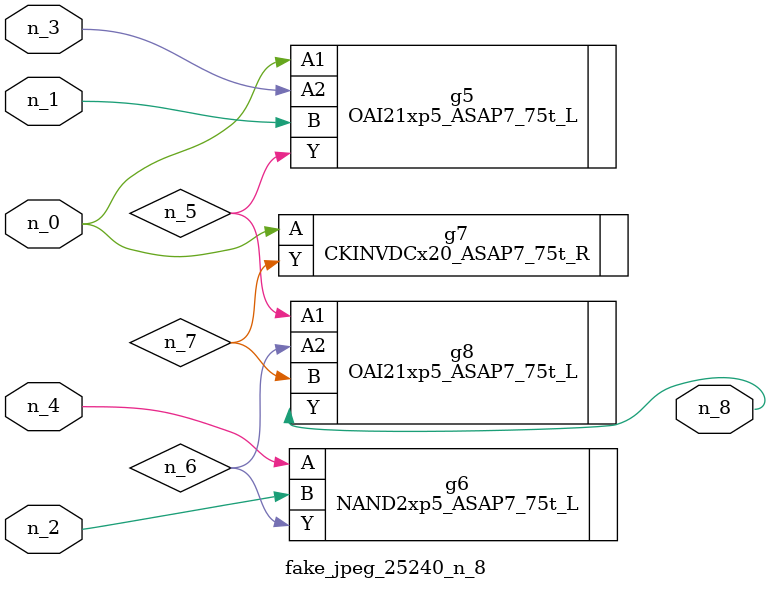
<source format=v>
module fake_jpeg_25240_n_8 (n_3, n_2, n_1, n_0, n_4, n_8);

input n_3;
input n_2;
input n_1;
input n_0;
input n_4;

output n_8;

wire n_6;
wire n_5;
wire n_7;

OAI21xp5_ASAP7_75t_L g5 ( 
.A1(n_0),
.A2(n_3),
.B(n_1),
.Y(n_5)
);

NAND2xp5_ASAP7_75t_L g6 ( 
.A(n_4),
.B(n_2),
.Y(n_6)
);

CKINVDCx20_ASAP7_75t_R g7 ( 
.A(n_0),
.Y(n_7)
);

OAI21xp5_ASAP7_75t_L g8 ( 
.A1(n_5),
.A2(n_6),
.B(n_7),
.Y(n_8)
);


endmodule
</source>
